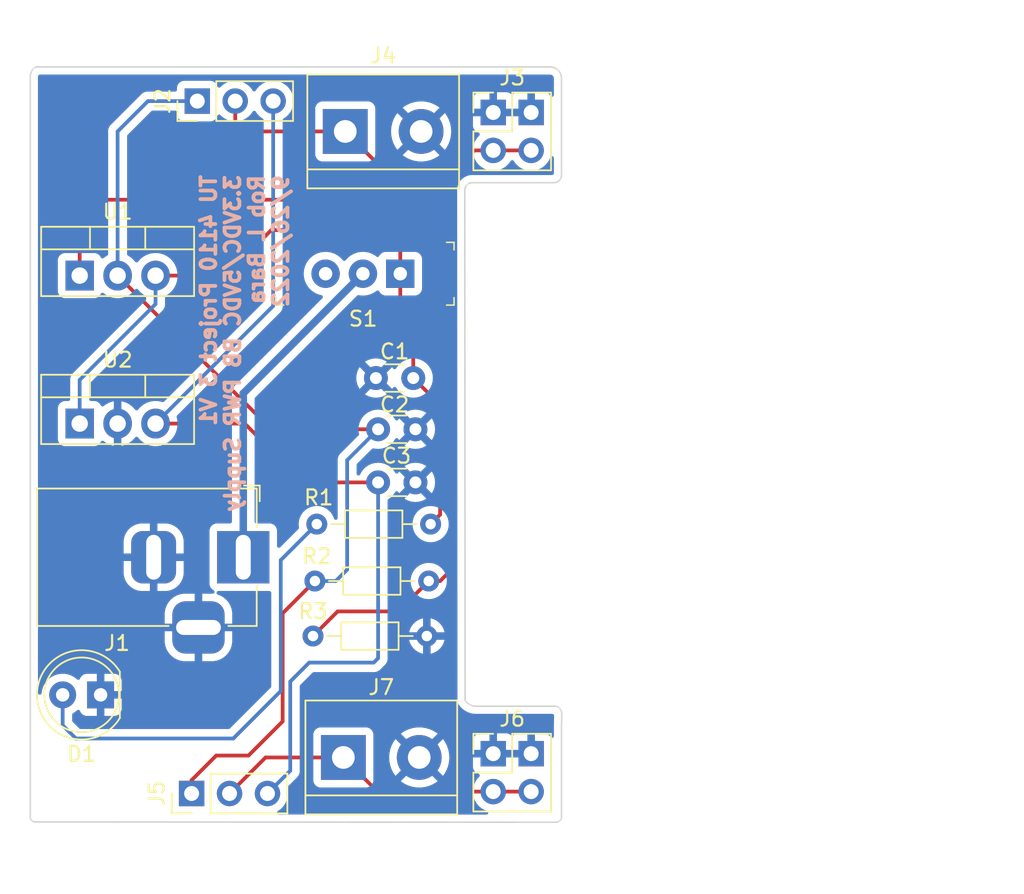
<source format=kicad_pcb>
(kicad_pcb (version 20211014) (generator pcbnew)
  (title_block (title "BreadBoard Power Supply") (date "2022-09-23") (rev "1") (company "TU ECE 4110 Project 3") (comment 1 "Rob L Bara"))
  (layers (0 "F.Cu" signal) (31 "B.Cu" signal) (34 "B.Paste" user) (35 "F.Paste" user) (36 "B.SilkS" user "B.Silkscreen") (37 "F.SilkS" user "F.Silkscreen") (38 "B.Mask" user) (39 "F.Mask" user) (44 "Edge.Cuts" user))
  (net 0 "")
  (net 1 "/12V")
  (net 2 "GND")
  (net 3 "/3.3V")
  (net 4 "/5V")
  (net 5 "Net-(D1-Pad2)")
  (net 6 "/PWR_INPUT")
  (net 7 "/PWR_OUT_BOT")
  (net 8 "/PWR_OUT_TOP")
  (net 9 "Net-(R2-Pad2)")
  (footprint "digikey-footprints:Switch_Slide_11.6x4mm_EG1218" (layer "F.Cu") (at 157.607 88.265 180)
    (fp_text reference "S1" (at 2.49 -3.02) (layer "F.SilkS"))
    (fp_text value "EG1218")
    (fp_line (start 8.3 2.1) (end 7.8 2.1) (layer "F.SilkS") (width 0.1))
    (fp_line (start 8.3 -2.1) (end 8.3 -1.6) (layer "F.SilkS") (width 0.1))
    (fp_line (start -3.6 -2.1) (end -3.6 -1.6) (layer "F.SilkS") (width 0.1))
    (fp_line (start -3.6 -2.1) (end -3.1 -2.1) (layer "F.SilkS") (width 0.1))
    (fp_line (start 8.3 2.1) (end 8.3 1.6) (layer "F.SilkS") (width 0.1))
    (fp_line (start -3.6 2.1) (end -3.6 1.6) (layer "F.SilkS") (width 0.1))
    (fp_line (start -3.6 2.1) (end -3.1 2.1) (layer "F.SilkS") (width 0.1))
    (fp_line (start 8.3 -2.1) (end 7.8 -2.1) (layer "F.SilkS") (width 0.1))
    (pad "1" thru_hole rect locked (at 0 0 180) (size 1.9 1.9) (drill 0.9) (layers *.Cu *.Mask) (net 1 "/12V"))
    (pad "2" thru_hole circle locked (at 2.5 0 180) (size 1.9 1.9) (drill 0.9) (layers *.Cu *.Mask) (net 6 "/PWR_INPUT"))
    (pad "3" thru_hole circle locked (at 5 0 180) (size 1.9 1.9) (drill 0.9) (layers *.Cu *.Mask))
  )
  (footprint "Connector_PinHeader_2.54mm:PinHeader_2x02_P2.54mm_Vertical" (layer "F.Cu") (at 163.83 120.396)
    (fp_text reference "J6" (at 1.27 -2.33) (layer "F.SilkS"))
    (fp_text value "Conn_01x02_Male")
    (fp_line (start 1.27 -1.33) (end 3.87 -1.33) (layer "F.SilkS") (width 0.12))
    (fp_line (start -1.33 -1.33) (end 0 -1.33) (layer "F.SilkS") (width 0.12))
    (fp_line (start -1.33 3.87) (end 3.87 3.87) (layer "F.SilkS") (width 0.12))
    (fp_line (start -1.33 1.27) (end 1.27 1.27) (layer "F.SilkS") (width 0.12))
    (fp_line (start -1.33 1.27) (end -1.33 3.87) (layer "F.SilkS") (width 0.12))
    (fp_line (start -1.33 0) (end -1.33 -1.33) (layer "F.SilkS") (width 0.12))
    (fp_line (start 3.87 -1.33) (end 3.87 3.87) (layer "F.SilkS") (width 0.12))
    (fp_line (start 1.27 1.27) (end 1.27 -1.33) (layer "F.SilkS") (width 0.12))
    (pad "1" thru_hole rect locked (at 0 0) (size 1.7 1.7) (drill 1) (layers *.Cu *.Mask) (net 2 "GND"))
    (pad "2" thru_hole rect locked (at 2.54 0) (size 1.7 1.7) (drill 1) (layers *.Cu *.Mask) (net 2 "GND"))
    (pad "3" thru_hole oval locked (at 0 2.54) (size 1.7 1.7) (drill 1) (layers *.Cu *.Mask) (net 8 "/PWR_OUT_TOP"))
    (pad "4" thru_hole oval locked (at 2.54 2.54) (size 1.7 1.7) (drill 1) (layers *.Cu *.Mask) (net 8 "/PWR_OUT_TOP"))
  )
  (footprint "Resistor_THT:R_Axial_DIN0204_L3.6mm_D1.6mm_P7.62mm_Horizontal" (layer "F.Cu") (at 151.765 112.522)
    (fp_text reference "R3" (at 0 -1.651) (layer "F.SilkS"))
    (fp_text value "560")
    (fp_line (start 5.73 -0.92) (end 1.89 -0.92) (layer "F.SilkS") (width 0.12))
    (fp_line (start 0.94 0) (end 1.89 0) (layer "F.SilkS") (width 0.12))
    (fp_line (start 1.89 -0.92) (end 1.89 0.92) (layer "F.SilkS") (width 0.12))
    (fp_line (start 6.68 0) (end 5.73 0) (layer "F.SilkS") (width 0.12))
    (fp_line (start 5.73 0.92) (end 5.73 -0.92) (layer "F.SilkS") (width 0.12))
    (fp_line (start 1.89 0.92) (end 5.73 0.92) (layer "F.SilkS") (width 0.12))
    (pad "1" thru_hole circle (at 0 0) (size 1.4 1.4) (drill 0.7) (layers *.Cu *.Mask) (net 9 "Net-(R2-Pad2)"))
    (pad "2" thru_hole oval (at 7.62 0) (size 1.4 1.4) (drill 0.7) (layers *.Cu *.Mask) (net 2 "GND"))
  )
  (footprint "Capacitor_THT:C_Disc_D3.0mm_W1.6mm_P2.50mm" (layer "F.Cu") (at 156.123 102.235)
    (fp_text reference "C3" (at 1.23 -1.778) (layer "F.SilkS"))
    (fp_text value ".1uF")
    (fp_line (start 0.621 0.92) (end 1.879 0.92) (layer "F.SilkS") (width 0.12))
    (fp_line (start 0.621 -0.92) (end 1.879 -0.92) (layer "F.SilkS") (width 0.12))
    (pad "1" thru_hole circle (at 0 0) (size 1.6 1.6) (drill 0.8) (layers *.Cu *.Mask) (net 4 "/5V"))
    (pad "2" thru_hole circle (at 2.5 0) (size 1.6 1.6) (drill 0.8) (layers *.Cu *.Mask) (net 2 "GND"))
  )
  (footprint "Connector_PinHeader_2.54mm:PinHeader_1x03_P2.54mm_Vertical" (layer "F.Cu") (at 144.018 76.708 90)
    (fp_text reference "J2" (at 0 -2.33 90) (layer "F.SilkS"))
    (fp_text value "Conn_01x03_Male")
    (fp_line (start -1.33 -1.33) (end 0 -1.33) (layer "F.SilkS") (width 0.12))
    (fp_line (start -1.33 1.27) (end -1.33 6.41) (layer "F.SilkS") (width 0.12))
    (fp_line (start -1.33 6.41) (end 1.33 6.41) (layer "F.SilkS") (width 0.12))
    (fp_line (start 1.33 1.27) (end 1.33 6.41) (layer "F.SilkS") (width 0.12))
    (fp_line (start -1.33 0) (end -1.33 -1.33) (layer "F.SilkS") (width 0.12))
    (fp_line (start -1.33 1.27) (end 1.33 1.27) (layer "F.SilkS") (width 0.12))
    (pad "1" thru_hole rect (at 0 0 90) (size 1.7 1.7) (drill 1) (layers *.Cu *.Mask) (net 3 "/3.3V"))
    (pad "2" thru_hole oval (at 0 2.54 90) (size 1.7 1.7) (drill 1) (layers *.Cu *.Mask) (net 7 "/PWR_OUT_BOT"))
    (pad "3" thru_hole oval (at 0 5.08 90) (size 1.7 1.7) (drill 1) (layers *.Cu *.Mask) (net 4 "/5V"))
  )
  (footprint "Package_TO_SOT_THT:TO-220-3_Vertical" (layer "F.Cu") (at 136.144 98.298)
    (fp_text reference "U2" (at 2.54 -4.27) (layer "F.SilkS"))
    (fp_text value "LM7805_TO220")
    (fp_line (start 7.66 -3.27) (end 7.66 1.371) (layer "F.SilkS") (width 0.12))
    (fp_line (start -2.58 1.371) (end 7.66 1.371) (layer "F.SilkS") (width 0.12))
    (fp_line (start 4.391 -3.27) (end 4.391 -1.76) (layer "F.SilkS") (width 0.12))
    (fp_line (start 0.69 -3.27) (end 0.69 -1.76) (layer "F.SilkS") (width 0.12))
    (fp_line (start -2.58 -3.27) (end -2.58 1.371) (layer "F.SilkS") (width 0.12))
    (fp_line (start -2.58 -1.76) (end 7.66 -1.76) (layer "F.SilkS") (width 0.12))
    (fp_line (start -2.58 -3.27) (end 7.66 -3.27) (layer "F.SilkS") (width 0.12))
    (pad "1" thru_hole rect (at 0 0) (size 1.905 2) (drill 1.1) (layers *.Cu *.Mask) (net 1 "/12V"))
    (pad "2" thru_hole oval (at 2.54 0) (size 1.905 2) (drill 1.1) (layers *.Cu *.Mask) (net 2 "GND"))
    (pad "3" thru_hole oval (at 5.08 0) (size 1.905 2) (drill 1.1) (layers *.Cu *.Mask) (net 4 "/5V"))
  )
  (footprint "Resistor_THT:R_Axial_DIN0204_L3.6mm_D1.6mm_P7.62mm_Horizontal" (layer "F.Cu") (at 151.892 108.839)
    (fp_text reference "R2" (at 0.127 -1.651) (layer "F.SilkS"))
    (fp_text value "330")
    (fp_line (start 6.68 0) (end 5.73 0) (layer "F.SilkS") (width 0.12))
    (fp_line (start 5.73 -0.92) (end 1.89 -0.92) (layer "F.SilkS") (width 0.12))
    (fp_line (start 1.89 0.92) (end 5.73 0.92) (layer "F.SilkS") (width 0.12))
    (fp_line (start 5.73 0.92) (end 5.73 -0.92) (layer "F.SilkS") (width 0.12))
    (fp_line (start 0.94 0) (end 1.89 0) (layer "F.SilkS") (width 0.12))
    (fp_line (start 1.89 -0.92) (end 1.89 0.92) (layer "F.SilkS") (width 0.12))
    (pad "1" thru_hole circle (at 0 0) (size 1.4 1.4) (drill 0.7) (layers *.Cu *.Mask) (net 3 "/3.3V"))
    (pad "2" thru_hole oval (at 7.62 0) (size 1.4 1.4) (drill 0.7) (layers *.Cu *.Mask) (net 9 "Net-(R2-Pad2)"))
  )
  (footprint "LED_THT:LED_D5.0mm" (layer "F.Cu") (at 137.546 116.459 180)
    (fp_text reference "D1" (at 1.27 -3.96) (layer "F.SilkS"))
    (fp_text value "LED")
    (fp_line (start -1.29 -1.545) (end -1.29 1.545) (layer "F.SilkS") (width 0.12))
    (fp_arc (start -1.29 -1.54483) (mid 2.072002 -2.880433) (end 4.26 0.000462) (layer "F.SilkS") (width 0.12))
    (fp_arc (start 4.26 -0.000462) (mid 2.072002 2.880433) (end -1.29 1.54483) (layer "F.SilkS") (width 0.12))
    (fp_circle (center 1.27 0) (end 3.77 0) (layer "F.SilkS") (width 0.12) (fill none))
    (pad "1" thru_hole rect (at 0 0 180) (size 1.8 1.8) (drill 0.9) (layers *.Cu *.Mask) (net 2 "GND"))
    (pad "2" thru_hole circle (at 2.54 0 180) (size 1.8 1.8) (drill 0.9) (layers *.Cu *.Mask) (net 5 "Net-(D1-Pad2)"))
  )
  (footprint "Connector_PinHeader_2.54mm:PinHeader_1x03_P2.54mm_Vertical" (layer "F.Cu") (at 143.637 123.063 90)
    (fp_text reference "J5" (at 0 -2.33 90) (layer "F.SilkS"))
    (fp_text value "Conn_01x03_Male")
    (fp_line (start -1.33 1.27) (end -1.33 6.41) (layer "F.SilkS") (width 0.12))
    (fp_line (start -1.33 6.41) (end 1.33 6.41) (layer "F.SilkS") (width 0.12))
    (fp_line (start -1.33 0) (end -1.33 -1.33) (layer "F.SilkS") (width 0.12))
    (fp_line (start -1.33 -1.33) (end 0 -1.33) (layer "F.SilkS") (width 0.12))
    (fp_line (start -1.33 1.27) (end 1.33 1.27) (layer "F.SilkS") (width 0.12))
    (fp_line (start 1.33 1.27) (end 1.33 6.41) (layer "F.SilkS") (width 0.12))
    (pad "1" thru_hole rect (at 0 0 90) (size 1.7 1.7) (drill 1) (layers *.Cu *.Mask) (net 3 "/3.3V"))
    (pad "2" thru_hole oval (at 0 2.54 90) (size 1.7 1.7) (drill 1) (layers *.Cu *.Mask) (net 8 "/PWR_OUT_TOP"))
    (pad "3" thru_hole oval (at 0 5.08 90) (size 1.7 1.7) (drill 1) (layers *.Cu *.Mask) (net 4 "/5V"))
  )
  (footprint "Resistor_THT:R_Axial_DIN0204_L3.6mm_D1.6mm_P7.62mm_Horizontal" (layer "F.Cu") (at 159.639 105.029 180)
    (fp_text reference "R1" (at 7.493 1.778) (layer "F.SilkS"))
    (fp_text value "330")
    (fp_line (start 5.73 -0.92) (end 1.89 -0.92) (layer "F.SilkS") (width 0.12))
    (fp_line (start 6.68 0) (end 5.73 0) (layer "F.SilkS") (width 0.12))
    (fp_line (start 0.94 0) (end 1.89 0) (layer "F.SilkS") (width 0.12))
    (fp_line (start 1.89 -0.92) (end 1.89 0.92) (layer "F.SilkS") (width 0.12))
    (fp_line (start 1.89 0.92) (end 5.73 0.92) (layer "F.SilkS") (width 0.12))
    (fp_line (start 5.73 0.92) (end 5.73 -0.92) (layer "F.SilkS") (width 0.12))
    (pad "1" thru_hole circle (at 0 0 180) (size 1.4 1.4) (drill 0.7) (layers *.Cu *.Mask) (net 1 "/12V"))
    (pad "2" thru_hole oval (at 7.62 0 180) (size 1.4 1.4) (drill 0.7) (layers *.Cu *.Mask) (net 5 "Net-(D1-Pad2)"))
  )
  (footprint "TerminalBlock:TerminalBlock_bornier-2_P5.08mm" (layer "F.Cu") (at 153.797 120.65)
    (fp_text reference "J7" (at 2.54 -4.699) (layer "F.SilkS"))
    (fp_text value "Screw_Terminal_01x02")
    (fp_line (start -2.54 -3.81) (end -2.54 3.81) (layer "F.SilkS") (width 0.12))
    (fp_line (start 7.62 -3.81) (end -2.54 -3.81) (layer "F.SilkS") (width 0.12))
    (fp_line (start 7.62 2.54) (end -2.54 2.54) (layer "F.SilkS") (width 0.12))
    (fp_line (start 7.62 3.81) (end 7.62 -3.81) (layer "F.SilkS") (width 0.12))
    (fp_line (start -2.54 3.81) (end 7.62 3.81) (layer "F.SilkS") (width 0.12))
    (pad "1" thru_hole rect (at 0 0) (size 3 3) (drill 1.52) (layers *.Cu *.Mask) (net 8 "/PWR_OUT_TOP"))
    (pad "2" thru_hole circle (at 5.08 0) (size 3 3) (drill 1.52) (layers *.Cu *.Mask) (net 2 "GND"))
  )
  (footprint "Capacitor_THT:C_Disc_D3.0mm_W1.6mm_P2.50mm" (layer "F.Cu") (at 158.476 95.25 180)
    (fp_text reference "C1" (at 1.25 1.778) (layer "F.SilkS"))
    (fp_text value "10uF")
    (fp_line (start 0.621 0.92) (end 1.879 0.92) (layer "F.SilkS") (width 0.12))
    (fp_line (start 0.621 -0.92) (end 1.879 -0.92) (layer "F.SilkS") (width 0.12))
    (pad "1" thru_hole circle (at 0 0 180) (size 1.6 1.6) (drill 0.8) (layers *.Cu *.Mask) (net 1 "/12V"))
    (pad "2" thru_hole circle (at 2.5 0 180) (size 1.6 1.6) (drill 0.8) (layers *.Cu *.Mask) (net 2 "GND"))
  )
  (footprint "Capacitor_THT:C_Disc_D3.0mm_W1.6mm_P2.50mm" (layer "F.Cu") (at 156.123 98.679)
    (fp_text reference "C2" (at 1.103 -1.651) (layer "F.SilkS"))
    (fp_text value "1u")
    (fp_line (start 0.621 0.92) (end 1.879 0.92) (layer "F.SilkS") (width 0.12))
    (fp_line (start 0.621 -0.92) (end 1.879 -0.92) (layer "F.SilkS") (width 0.12))
    (pad "1" thru_hole circle (at 0 0) (size 1.6 1.6) (drill 0.8) (layers *.Cu *.Mask) (net 3 "/3.3V"))
    (pad "2" thru_hole circle (at 2.5 0) (size 1.6 1.6) (drill 0.8) (layers *.Cu *.Mask) (net 2 "GND"))
  )
  (footprint "Connector_BarrelJack:BarrelJack_Horizontal" (layer "F.Cu") (at 147.097 107.2465)
    (fp_text reference "J1" (at -8.45 5.75) (layer "F.SilkS"))
    (fp_text value "Barrel_Jack_Switch")
    (fp_line (start 0.9 -4.6) (end 0.9 -2) (layer "F.SilkS") (width 0.12))
    (fp_line (start -5 4.6) (end -13.8 4.6) (layer "F.SilkS") (width 0.12))
    (fp_line (start 1.1 -3.75) (end 1.1 -4.8) (layer "F.SilkS") (width 0.12))
    (fp_line (start 0.9 4.6) (end -1 4.6) (layer "F.SilkS") (width 0.12))
    (fp_line (start 0.05 -4.8) (end 1.1 -4.8) (layer "F.SilkS") (width 0.12))
    (fp_line (start 0.9 1.9) (end 0.9 4.6) (layer "F.SilkS") (width 0.12))
    (fp_line (start -13.8 -4.6) (end 0.9 -4.6) (layer "F.SilkS") (width 0.12))
    (fp_line (start -13.8 4.6) (end -13.8 -4.6) (layer "F.SilkS") (width 0.12))
    (pad "1" thru_hole rect (at 0 0) (size 3.5 3.5) (drill oval 1 3) (layers *.Cu *.Mask) (net 6 "/PWR_INPUT"))
    (pad "2" thru_hole roundrect (at -6 0) (size 3 3.5) (drill oval 1 3) (layers *.Cu *.Mask) (net 2 "GND"))
    (pad "3" thru_hole roundrect (at -3 4.7) (size 3.5 3.5) (drill oval 3 1) (layers *.Cu *.Mask) (net 2 "GND"))
  )
  (footprint "Connector_PinHeader_2.54mm:PinHeader_2x02_P2.54mm_Vertical" (layer "F.Cu") (at 163.83 77.47)
    (fp_text reference "J3" (at 1.27 -2.33) (layer "F.SilkS"))
    (fp_text value "Conn_01x02_Male")
    (fp_line (start 1.27 -1.33) (end 3.87 -1.33) (layer "F.SilkS") (width 0.12))
    (fp_line (start -1.33 -1.33) (end 0 -1.33) (layer "F.SilkS") (width 0.12))
    (fp_line (start -1.33 0) (end -1.33 -1.33) (layer "F.SilkS") (width 0.12))
    (fp_line (start 1.27 1.27) (end 1.27 -1.33) (layer "F.SilkS") (width 0.12))
    (fp_line (start 3.87 -1.33) (end 3.87 3.87) (layer "F.SilkS") (width 0.12))
    (fp_line (start -1.33 3.87) (end 3.87 3.87) (layer "F.SilkS") (width 0.12))
    (fp_line (start -1.33 1.27) (end -1.33 3.87) (layer "F.SilkS") (width 0.12))
    (fp_line (start -1.33 1.27) (end 1.27 1.27) (layer "F.SilkS") (width 0.12))
    (pad "1" thru_hole rect locked (at 0 0) (size 1.7 1.7) (drill 1) (layers *.Cu *.Mask) (net 2 "GND"))
    (pad "2" thru_hole rect locked (at 2.54 0) (size 1.7 1.7) (drill 1) (layers *.Cu *.Mask) (net 2 "GND"))
    (pad "3" thru_hole oval locked (at 0 2.54) (size 1.7 1.7) (drill 1) (layers *.Cu *.Mask) (net 7 "/PWR_OUT_BOT"))
    (pad "4" thru_hole oval locked (at 2.54 2.54) (size 1.7 1.7) (drill 1) (layers *.Cu *.Mask) (net 7 "/PWR_OUT_BOT"))
  )
  (footprint "TerminalBlock:TerminalBlock_bornier-2_P5.08mm" (layer "F.Cu") (at 153.924 78.74)
    (fp_text reference "J4" (at 2.54 -5.08) (layer "F.SilkS"))
    (fp_text value "Screw_Terminal_01x02")
    (fp_line (start 7.62 -3.81) (end -2.54 -3.81) (layer "F.SilkS") (width 0.12))
    (fp_line (start -2.54 -3.81) (end -2.54 3.81) (layer "F.SilkS") (width 0.12))
    (fp_line (start 7.62 2.54) (end -2.54 2.54) (layer "F.SilkS") (width 0.12))
    (fp_line (start 7.62 3.81) (end 7.62 -3.81) (layer "F.SilkS") (width 0.12))
    (fp_line (start -2.54 3.81) (end 7.62 3.81) (layer "F.SilkS") (width 0.12))
    (pad "1" thru_hole rect (at 0 0) (size 3 3) (drill 1.52) (layers *.Cu *.Mask) (net 7 "/PWR_OUT_BOT"))
    (pad "2" thru_hole circle (at 5.08 0) (size 3 3) (drill 1.52) (layers *.Cu *.Mask) (net 2 "GND"))
  )
  (footprint "Package_TO_SOT_THT:TO-220-3_Vertical" (layer "F.Cu") (at 136.144 88.392)
    (fp_text reference "U1" (at 2.54 -4.27) (layer "F.SilkS"))
    (fp_text value "LM317_TO-220")
    (fp_line (start -2.58 -1.76) (end 7.66 -1.76) (layer "F.SilkS") (width 0.12))
    (fp_line (start 0.69 -3.27) (end 0.69 -1.76) (layer "F.SilkS") (width 0.12))
    (fp_line (start -2.58 -3.27) (end 7.66 -3.27) (layer "F.SilkS") (width 0.12))
    (fp_line (start -2.58 -3.27) (end -2.58 1.371) (layer "F.SilkS") (width 0.12))
    (fp_line (start 7.66 -3.27) (end 7.66 1.371) (layer "F.SilkS") (width 0.12))
    (fp_line (start 4.391 -3.27) (end 4.391 -1.76) (layer "F.SilkS") (width 0.12))
    (fp_line (start -2.58 1.371) (end 7.66 1.371) (layer "F.SilkS") (width 0.12))
    (pad "1" thru_hole rect (at 0 0) (size 1.905 2) (drill 1.1) (layers *.Cu *.Mask) (net 9 "Net-(R2-Pad2)"))
    (pad "2" thru_hole oval (at 2.54 0) (size 1.905 2) (drill 1.1) (layers *.Cu *.Mask) (net 3 "/3.3V"))
    (pad "3" thru_hole oval (at 5.08 0) (size 1.905 2) (drill 1.1) (layers *.Cu *.Mask) (net 1 "/12V"))
  )
  (gr_line (start 168.402 75.184) (end 168.402 81.661) (layer "Edge.Cuts") (width 0.1))
  (gr_arc (start 133.096 124.968) (mid 132.939019 124.870981) (end 132.842 124.714) (layer "Edge.Cuts") (width 0.1))
  (gr_line (start 168.417634 117.729) (end 168.402 118.491) (layer "Edge.Cuts") (width 0.1))
  (gr_line (start 133.731 74.422) (end 133.223 74.422) (layer "Edge.Cuts") (width 0.1))
  (gr_line (start 133.126333 74.459916) (end 133.223 74.422) (layer "Edge.Cuts") (width 0.1))
  (gr_arc (start 168.021 117.221) (mid 168.306731 117.406749) (end 168.417634 117.729) (layer "Edge.Cuts") (width 0.1))
  (gr_line (start 133.731 74.422) (end 167.386 74.422) (layer "Edge.Cuts") (width 0.1))
  (gr_line (start 168.021 124.988609) (end 133.096 124.968) (layer "Edge.Cuts") (width 0.1))
  (gr_arc (start 168.402 81.661) (mid 168.25321 82.02021) (end 167.894 82.169) (layer "Edge.Cuts") (width 0.1))
  (gr_line (start 161.925 82.677) (end 161.947307 116.825128) (layer "Edge.Cuts") (width 0.1))
  (gr_arc (start 162.687 117.221) (mid 162.267518 117.115809) (end 161.947307 116.825128) (layer "Edge.Cuts") (width 0.1))
  (gr_line (start 132.842 124.714) (end 132.842 75.311) (layer "Edge.Cuts") (width 0.1))
  (gr_line (start 167.386 74.422) (end 167.64 74.422) (layer "Edge.Cuts") (width 0.1))
  (gr_line (start 168.402 118.491) (end 168.402 124.714) (layer "Edge.Cuts") (width 0.1))
  (gr_line (start 132.842 75.1205) (end 132.842 75.311) (layer "Edge.Cuts") (width 0.1))
  (gr_arc (start 161.925 82.677) (mid 162.07379 82.31779) (end 162.433 82.169) (layer "Edge.Cuts") (width 0.1))
  (gr_line (start 167.894 82.169) (end 162.433 82.169) (layer "Edge.Cuts") (width 0.1))
  (gr_arc (start 132.842 75.1205) (mid 132.901656 74.754693) (end 133.126333 74.459916) (layer "Edge.Cuts") (width 0.1))
  (gr_line (start 162.687 117.221) (end 168.021 117.221) (layer "Edge.Cuts") (width 0.1))
  (gr_arc (start 168.402 124.714) (mid 168.255825 124.912802) (end 168.021 124.988609) (layer "Edge.Cuts") (width 0.1))
  (gr_arc (start 167.64 74.422) (mid 168.178815 74.645185) (end 168.402 75.184) (layer "Edge.Cuts") (width 0.1))
  (gr_text "TU 4110 Project 3 V1\n3.3VDC/5VDC BB PWR Supply\nRob L Bara\n9/26/2022\n" (at 147.193 81.534 90) (layer "B.SilkS") (effects (font (size 1 1) (thickness 0.25)) (justify left mirror)))
  (segment (start 157.607 92.583) (end 158.4325 93.4085) (width 0.25) (layer "F.Cu") (net 1))
  (segment (start 157.607 85.852) (end 157.607 88.265) (width 0.25) (layer "F.Cu") (net 1))
  (segment (start 160.274 97.048) (end 158.476 95.25) (width 0.25) (layer "F.Cu") (net 1))
  (segment (start 157.099 85.344) (end 157.607 85.852) (width 0.25) (layer "F.Cu") (net 1))
  (segment (start 158.476 95.25) (end 158.476 93.452) (width 0.25) (layer "F.Cu") (net 1))
  (segment (start 159.639 105.029) (end 160.274 104.394) (width 0.25) (layer "F.Cu") (net 1))
  (segment (start 141.224 88.392) (end 145.923 88.392) (width 0.25) (layer "F.Cu") (net 1))
  (segment (start 157.607 88.265) (end 157.607 92.583) (width 0.25) (layer "F.Cu") (net 1))
  (segment (start 145.923 88.392) (end 148.971 85.344) (width 0.25) (layer "F.Cu") (net 1))
  (segment (start 148.971 85.344) (end 157.099 85.344) (width 0.25) (layer "F.Cu") (net 1))
  (segment (start 160.274 104.394) (end 160.274 97.048) (width 0.25) (layer "F.Cu") (net 1))
  (segment (start 158.476 93.452) (end 158.4325 93.4085) (width 0.25) (layer "F.Cu") (net 1))
  (segment (start 136.144 98.298) (end 136.144 95.377) (width 0.25) (layer "B.Cu") (net 1))
  (segment (start 141.224 90.297) (end 141.224 88.392) (width 0.25) (layer "B.Cu") (net 1))
  (segment (start 136.144 95.377) (end 141.224 90.297) (width 0.25) (layer "B.Cu") (net 1))
  (segment (start 151.892 108.839) (end 149.733 110.998) (width 0.25) (layer "F.Cu") (net 3))
  (segment (start 145.288 120.523) (end 143.637 122.174) (width 0.25) (layer "F.Cu") (net 3))
  (segment (start 138.684 88.392) (end 148.971 98.679) (width 0.25) (layer "F.Cu") (net 3))
  (segment (start 149.733 110.998) (end 149.733 118.237) (width 0.25) (layer "F.Cu") (net 3))
  (segment (start 148.971 98.679) (end 156.123 98.679) (width 0.25) (layer "F.Cu") (net 3))
  (segment (start 147.447 120.523) (end 145.288 120.523) (width 0.25) (layer "F.Cu") (net 3))
  (segment (start 149.733 118.237) (end 147.447 120.523) (width 0.25) (layer "F.Cu") (net 3))
  (segment (start 143.637 122.174) (end 143.637 123.063) (width 0.25) (layer "F.Cu") (net 3))
  (segment (start 144.018 76.708) (end 140.716 76.708) (width 0.25) (layer "B.Cu") (net 3))
  (segment (start 154.051 100.751) (end 154.051 108.077) (width 0.25) (layer "B.Cu") (net 3))
  (segment (start 138.684 78.74) (end 138.684 88.392) (width 0.25) (layer "B.Cu") (net 3))
  (segment (start 156.123 98.679) (end 154.051 100.751) (width 0.25) (layer "B.Cu") (net 3))
  (segment (start 140.716 76.708) (end 138.684 78.74) (width 0.25) (layer "B.Cu") (net 3))
  (segment (start 153.289 108.839) (end 151.892 108.839) (width 0.25) (layer "B.Cu") (net 3))
  (segment (start 154.051 108.077) (end 153.289 108.839) (width 0.25) (layer "B.Cu") (net 3))
  (segment (start 156.123 102.235) (end 151.13 102.235) (width 0.25) (layer "F.Cu") (net 4))
  (segment (start 151.13 102.235) (end 147.193 98.298) (width 0.25) (layer "F.Cu") (net 4))
  (segment (start 147.193 98.298) (end 141.224 98.298) (width 0.25) (layer "F.Cu") (net 4))
  (segment (start 150.241 121.539) (end 150.241 115.57) (width 0.25) (layer "B.Cu") (net 4))
  (segment (start 155.829 114.3) (end 156.123 114.006) (width 0.25) (layer "B.Cu") (net 4))
  (segment (start 149.098 76.708) (end 149.098 90.424) (width 0.25) (layer "B.Cu") (net 4))
  (segment (start 149.098 90.424) (end 141.224 98.298) (width 0.25) (layer "B.Cu") (net 4))
  (segment (start 150.241 115.57) (end 151.511 114.3) (width 0.25) (layer "B.Cu") (net 4))
  (segment (start 148.717 123.063) (end 150.241 121.539) (width 0.25) (layer "B.Cu") (net 4))
  (segment (start 151.511 114.3) (end 155.829 114.3) (width 0.25) (layer "B.Cu") (net 4))
  (segment (start 156.123 114.006) (end 156.123 102.235) (width 0.25) (layer "B.Cu") (net 4))
  (segment (start 135.006 116.459) (end 135.006 118.496) (width 0.25) (layer "B.Cu") (net 5))
  (segment (start 149.606 116.205) (end 149.606 107.442) (width 0.25) (layer "B.Cu") (net 5))
  (segment (start 135.006 118.496) (end 135.89 119.38) (width 0.25) (layer "B.Cu") (net 5))
  (segment (start 135.89 119.38) (end 146.431 119.38) (width 0.25) (layer "B.Cu") (net 5))
  (segment (start 149.606 107.442) (end 152.019 105.029) (width 0.25) (layer "B.Cu") (net 5))
  (segment (start 146.431 119.38) (end 149.606 116.205) (width 0.25) (layer "B.Cu") (net 5))
  (segment (start 147.097 107.2465) (end 147.097 96.275) (width 0.5) (layer "B.Cu") (net 6))
  (segment (start 147.097 96.275) (end 155.107 88.265) (width 0.5) (layer "B.Cu") (net 6))
  (segment (start 166.37 80.01) (end 163.83 80.01) (width 0.25) (layer "F.Cu") (net 7))
  (segment (start 146.558 76.708) (end 146.558 78.232) (width 0.25) (layer "F.Cu") (net 7))
  (segment (start 146.558 78.232) (end 147.066 78.74) (width 0.25) (layer "F.Cu") (net 7))
  (segment (start 147.066 78.74) (end 153.924 78.74) (width 0.25) (layer "F.Cu") (net 7))
  (segment (start 163.83 80.01) (end 162.56 80.01) (width 0.25) (layer "F.Cu") (net 7))
  (segment (start 162.56 80.01) (end 160.655 81.915) (width 0.25) (layer "F.Cu") (net 7))
  (segment (start 160.655 81.915) (end 157.099 81.915) (width 0.25) (layer "F.Cu") (net 7))
  (segment (start 157.099 81.915) (end 153.924 78.74) (width 0.25) (layer "F.Cu") (net 7))
  (segment (start 156.083 122.936) (end 153.797 120.65) (width 0.25) (layer "F.Cu") (net 8))
  (segment (start 163.83 122.936) (end 156.083 122.936) (width 0.25) (layer "F.Cu") (net 8))
  (segment (start 146.177 123.063) (end 148.59 120.65) (width 0.25) (layer "F.Cu") (net 8))
  (segment (start 166.37 122.936) (end 163.83 122.936) (width 0.25) (layer "F.Cu") (net 8))
  (segment (start 148.59 120.65) (end 153.797 120.65) (width 0.25) (layer "F.Cu") (net 8))
  (segment (start 160.274 108.839) (end 159.512 108.839) (width 0.25) (layer "F.Cu") (net 9))
  (segment (start 157.48 110.871) (end 153.416 110.871) (width 0.25) (layer "F.Cu") (net 9))
  (segment (start 137.795 83.312) (end 157.607 83.312) (width 0.25) (layer "F.Cu") (net 9))
  (segment (start 153.416 110.871) (end 151.765 112.522) (width 0.25) (layer "F.Cu") (net 9))
  (segment (start 161.163 107.95) (end 160.274 108.839) (width 0.25) (layer "F.Cu") (net 9))
  (segment (start 136.144 84.963) (end 137.795 83.312) (width 0.25) (layer "F.Cu") (net 9))
  (segment (start 136.144 88.392) (end 136.144 84.963) (width 0.25) (layer "F.Cu") (net 9))
  (segment (start 157.607 83.312) (end 161.163 86.868) (width 0.25) (layer "F.Cu") (net 9))
  (segment (start 159.512 108.839) (end 157.48 110.871) (width 0.25) (layer "F.Cu") (net 9))
  (segment (start 161.163 86.868) (end 161.163 107.95) (width 0.25) (layer "F.Cu") (net 9))
  (zone (net 2) (net_name "GND") (layer "B.Cu") (connect_pads (clearance 0.508)) (min_thickness 0.254) (fill yes (thermal_gap 0.508) (thermal_bridge_width 0.508))
    (polygon (pts (xy 171.45 125.603) (xy 130.81 125.603) (xy 130.81 73.914) (xy 171.577 73.914)))
  )
)
</source>
